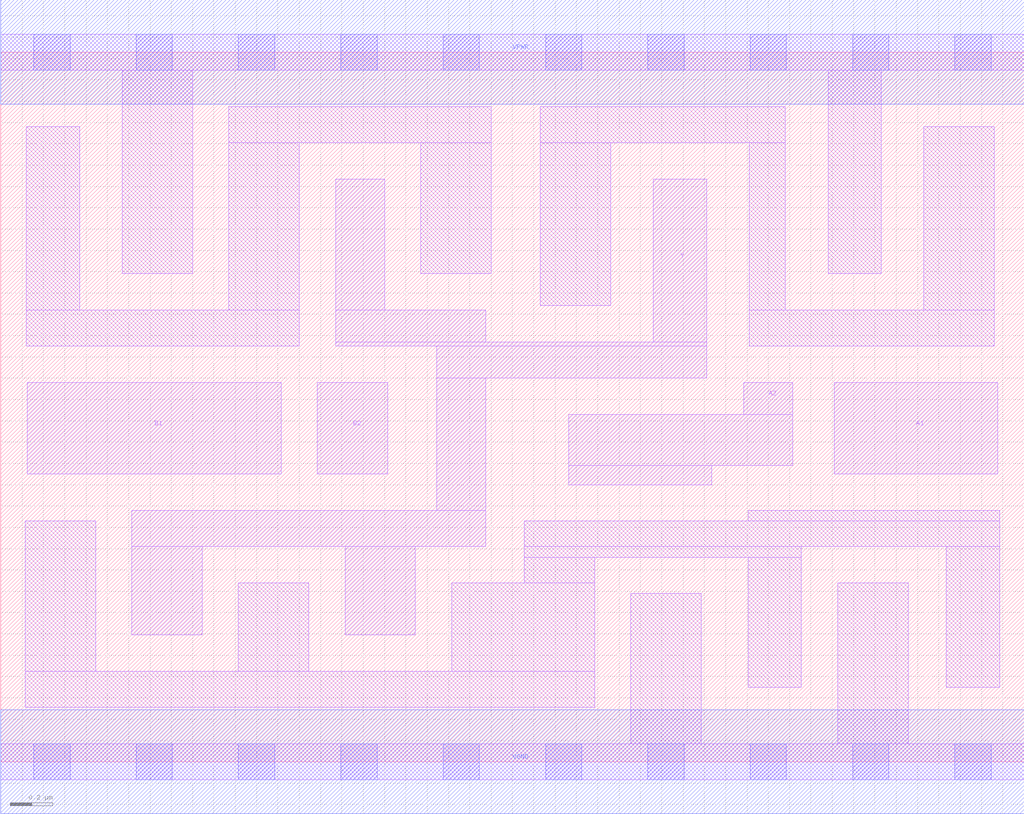
<source format=lef>
# Copyright 2020 The SkyWater PDK Authors
#
# Licensed under the Apache License, Version 2.0 (the "License");
# you may not use this file except in compliance with the License.
# You may obtain a copy of the License at
#
#     https://www.apache.org/licenses/LICENSE-2.0
#
# Unless required by applicable law or agreed to in writing, software
# distributed under the License is distributed on an "AS IS" BASIS,
# WITHOUT WARRANTIES OR CONDITIONS OF ANY KIND, either express or implied.
# See the License for the specific language governing permissions and
# limitations under the License.
#
# SPDX-License-Identifier: Apache-2.0

VERSION 5.7 ;
  NAMESCASESENSITIVE ON ;
  NOWIREEXTENSIONATPIN ON ;
  DIVIDERCHAR "/" ;
  BUSBITCHARS "[]" ;
UNITS
  DATABASE MICRONS 200 ;
END UNITS
MACRO sky130_fd_sc_ms__o22ai_2
  CLASS CORE ;
  FOREIGN sky130_fd_sc_ms__o22ai_2 ;
  ORIGIN  0.000000  0.000000 ;
  SIZE  4.800000 BY  3.330000 ;
  SYMMETRY X Y ;
  SITE unit ;
  PIN A1
    ANTENNAGATEAREA  0.625200 ;
    DIRECTION INPUT ;
    USE SIGNAL ;
    PORT
      LAYER li1 ;
        RECT 3.910000 1.350000 4.675000 1.780000 ;
    END
  END A1
  PIN A2
    ANTENNAGATEAREA  0.625200 ;
    DIRECTION INPUT ;
    USE SIGNAL ;
    PORT
      LAYER li1 ;
        RECT 2.665000 1.300000 3.335000 1.390000 ;
        RECT 2.665000 1.390000 3.715000 1.630000 ;
        RECT 3.485000 1.630000 3.715000 1.780000 ;
    END
  END A2
  PIN B1
    ANTENNAGATEAREA  0.625200 ;
    DIRECTION INPUT ;
    USE SIGNAL ;
    PORT
      LAYER li1 ;
        RECT 0.125000 1.350000 1.315000 1.780000 ;
    END
  END B1
  PIN B2
    ANTENNAGATEAREA  0.625200 ;
    DIRECTION INPUT ;
    USE SIGNAL ;
    PORT
      LAYER li1 ;
        RECT 1.485000 1.350000 1.815000 1.780000 ;
    END
  END B2
  PIN Y
    ANTENNADIFFAREA  1.145000 ;
    DIRECTION OUTPUT ;
    USE SIGNAL ;
    PORT
      LAYER li1 ;
        RECT 0.615000 0.595000 0.945000 1.010000 ;
        RECT 0.615000 1.010000 2.275000 1.180000 ;
        RECT 1.570000 1.950000 3.310000 1.970000 ;
        RECT 1.570000 1.970000 2.275000 2.120000 ;
        RECT 1.570000 2.120000 1.800000 2.735000 ;
        RECT 1.615000 0.595000 1.945000 1.010000 ;
        RECT 2.045000 1.180000 2.275000 1.800000 ;
        RECT 2.045000 1.800000 3.310000 1.950000 ;
        RECT 3.060000 1.970000 3.310000 2.735000 ;
    END
  END Y
  PIN VGND
    DIRECTION INOUT ;
    USE GROUND ;
    PORT
      LAYER met1 ;
        RECT 0.000000 -0.245000 4.800000 0.245000 ;
    END
  END VGND
  PIN VPWR
    DIRECTION INOUT ;
    USE POWER ;
    PORT
      LAYER met1 ;
        RECT 0.000000 3.085000 4.800000 3.575000 ;
    END
  END VPWR
  OBS
    LAYER li1 ;
      RECT 0.000000 -0.085000 4.800000 0.085000 ;
      RECT 0.000000  3.245000 4.800000 3.415000 ;
      RECT 0.115000  0.255000 2.785000 0.425000 ;
      RECT 0.115000  0.425000 0.445000 1.130000 ;
      RECT 0.120000  1.950000 1.400000 2.120000 ;
      RECT 0.120000  2.120000 0.370000 2.980000 ;
      RECT 0.570000  2.290000 0.900000 3.245000 ;
      RECT 1.070000  2.120000 1.400000 2.905000 ;
      RECT 1.070000  2.905000 2.300000 3.075000 ;
      RECT 1.115000  0.425000 1.445000 0.840000 ;
      RECT 1.970000  2.290000 2.300000 2.905000 ;
      RECT 2.115000  0.425000 2.785000 0.840000 ;
      RECT 2.455000  0.840000 2.785000 0.960000 ;
      RECT 2.455000  0.960000 3.755000 1.010000 ;
      RECT 2.455000  1.010000 4.685000 1.130000 ;
      RECT 2.530000  2.140000 2.860000 2.905000 ;
      RECT 2.530000  2.905000 3.680000 3.075000 ;
      RECT 2.955000  0.085000 3.285000 0.790000 ;
      RECT 3.505000  0.350000 3.755000 0.960000 ;
      RECT 3.505000  1.130000 4.685000 1.180000 ;
      RECT 3.510000  1.950000 4.660000 2.120000 ;
      RECT 3.510000  2.120000 3.680000 2.905000 ;
      RECT 3.880000  2.290000 4.130000 3.245000 ;
      RECT 3.925000  0.085000 4.255000 0.840000 ;
      RECT 4.330000  2.120000 4.660000 2.980000 ;
      RECT 4.435000  0.350000 4.685000 1.010000 ;
    LAYER mcon ;
      RECT 0.155000 -0.085000 0.325000 0.085000 ;
      RECT 0.155000  3.245000 0.325000 3.415000 ;
      RECT 0.635000 -0.085000 0.805000 0.085000 ;
      RECT 0.635000  3.245000 0.805000 3.415000 ;
      RECT 1.115000 -0.085000 1.285000 0.085000 ;
      RECT 1.115000  3.245000 1.285000 3.415000 ;
      RECT 1.595000 -0.085000 1.765000 0.085000 ;
      RECT 1.595000  3.245000 1.765000 3.415000 ;
      RECT 2.075000 -0.085000 2.245000 0.085000 ;
      RECT 2.075000  3.245000 2.245000 3.415000 ;
      RECT 2.555000 -0.085000 2.725000 0.085000 ;
      RECT 2.555000  3.245000 2.725000 3.415000 ;
      RECT 3.035000 -0.085000 3.205000 0.085000 ;
      RECT 3.035000  3.245000 3.205000 3.415000 ;
      RECT 3.515000 -0.085000 3.685000 0.085000 ;
      RECT 3.515000  3.245000 3.685000 3.415000 ;
      RECT 3.995000 -0.085000 4.165000 0.085000 ;
      RECT 3.995000  3.245000 4.165000 3.415000 ;
      RECT 4.475000 -0.085000 4.645000 0.085000 ;
      RECT 4.475000  3.245000 4.645000 3.415000 ;
  END
END sky130_fd_sc_ms__o22ai_2
END LIBRARY

</source>
